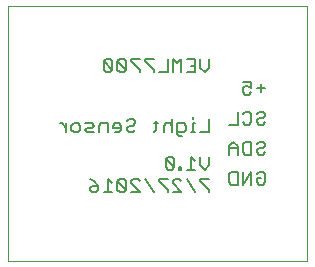
<source format=gbo>
G75*
%MOIN*%
%OFA0B0*%
%FSLAX25Y25*%
%IPPOS*%
%LPD*%
%AMOC8*
5,1,8,0,0,1.08239X$1,22.5*
%
%ADD10C,0.00000*%
%ADD11C,0.00700*%
D10*
X0017580Y0001500D02*
X0017580Y0086461D01*
X0117530Y0086461D01*
X0117530Y0001500D01*
X0017580Y0001500D01*
D11*
X0045029Y0025067D02*
X0045746Y0024350D01*
X0047181Y0024350D01*
X0047898Y0025067D01*
X0047898Y0026502D01*
X0045746Y0026502D01*
X0045029Y0025785D01*
X0045029Y0025067D01*
X0046464Y0027936D02*
X0047898Y0026502D01*
X0046464Y0027936D02*
X0045029Y0028654D01*
X0051068Y0028654D02*
X0051068Y0024350D01*
X0052502Y0024350D02*
X0049633Y0024350D01*
X0052502Y0027219D02*
X0051068Y0028654D01*
X0054237Y0027936D02*
X0057106Y0025067D01*
X0056389Y0024350D01*
X0054954Y0024350D01*
X0054237Y0025067D01*
X0054237Y0027936D01*
X0054954Y0028654D01*
X0056389Y0028654D01*
X0057106Y0027936D01*
X0057106Y0025067D01*
X0058841Y0024350D02*
X0061710Y0024350D01*
X0058841Y0027219D01*
X0058841Y0027936D01*
X0059558Y0028654D01*
X0060993Y0028654D01*
X0061710Y0027936D01*
X0063445Y0028654D02*
X0066314Y0024350D01*
X0068049Y0027936D02*
X0070918Y0025067D01*
X0070918Y0024350D01*
X0072653Y0024350D02*
X0075522Y0024350D01*
X0072653Y0027219D01*
X0072653Y0027936D01*
X0073370Y0028654D01*
X0074804Y0028654D01*
X0075522Y0027936D01*
X0077257Y0028654D02*
X0080126Y0024350D01*
X0081861Y0027936D02*
X0084730Y0025067D01*
X0084730Y0024350D01*
X0081861Y0027936D02*
X0081861Y0028654D01*
X0084730Y0028654D01*
X0083295Y0031850D02*
X0081861Y0033285D01*
X0081861Y0036154D01*
X0080126Y0034719D02*
X0078691Y0036154D01*
X0078691Y0031850D01*
X0077257Y0031850D02*
X0080126Y0031850D01*
X0083295Y0031850D02*
X0084730Y0033285D01*
X0084730Y0036154D01*
X0091403Y0036850D02*
X0091403Y0039719D01*
X0092837Y0041154D01*
X0094272Y0039719D01*
X0094272Y0036850D01*
X0096007Y0037567D02*
X0096007Y0040436D01*
X0096724Y0041154D01*
X0098876Y0041154D01*
X0098876Y0036850D01*
X0096724Y0036850D01*
X0096007Y0037567D01*
X0094272Y0039002D02*
X0091403Y0039002D01*
X0084730Y0044350D02*
X0081861Y0044350D01*
X0080126Y0044350D02*
X0078691Y0044350D01*
X0079408Y0044350D02*
X0079408Y0047219D01*
X0080126Y0047219D01*
X0079408Y0048654D02*
X0079408Y0049371D01*
X0077056Y0046502D02*
X0076339Y0047219D01*
X0074187Y0047219D01*
X0074187Y0043633D01*
X0074905Y0042915D01*
X0075622Y0042915D01*
X0076339Y0044350D02*
X0074187Y0044350D01*
X0072452Y0044350D02*
X0072452Y0048654D01*
X0071735Y0047219D02*
X0070301Y0047219D01*
X0069583Y0046502D01*
X0069583Y0044350D01*
X0067131Y0045067D02*
X0066414Y0044350D01*
X0067131Y0045067D02*
X0067131Y0047936D01*
X0066414Y0047219D02*
X0067849Y0047219D01*
X0071735Y0047219D02*
X0072452Y0046502D01*
X0076339Y0044350D02*
X0077056Y0045067D01*
X0077056Y0046502D01*
X0084730Y0048654D02*
X0084730Y0044350D01*
X0091403Y0046850D02*
X0094272Y0046850D01*
X0094272Y0051154D01*
X0096007Y0050436D02*
X0096724Y0051154D01*
X0098158Y0051154D01*
X0098876Y0050436D01*
X0098876Y0047567D01*
X0098158Y0046850D01*
X0096724Y0046850D01*
X0096007Y0047567D01*
X0100611Y0047567D02*
X0101328Y0046850D01*
X0102762Y0046850D01*
X0103480Y0047567D01*
X0102762Y0049002D02*
X0101328Y0049002D01*
X0100611Y0048285D01*
X0100611Y0047567D01*
X0102762Y0049002D02*
X0103480Y0049719D01*
X0103480Y0050436D01*
X0102762Y0051154D01*
X0101328Y0051154D01*
X0100611Y0050436D01*
X0098158Y0056850D02*
X0096724Y0056850D01*
X0096007Y0057567D01*
X0096007Y0059002D01*
X0096724Y0059719D01*
X0097441Y0059719D01*
X0098876Y0059002D01*
X0098876Y0061154D01*
X0096007Y0061154D01*
X0098876Y0057567D02*
X0098158Y0056850D01*
X0100611Y0059002D02*
X0103480Y0059002D01*
X0102045Y0060436D02*
X0102045Y0057567D01*
X0084730Y0065785D02*
X0083295Y0064350D01*
X0081861Y0065785D01*
X0081861Y0068654D01*
X0080126Y0068654D02*
X0080126Y0064350D01*
X0077257Y0064350D01*
X0075522Y0064350D02*
X0075522Y0068654D01*
X0074087Y0067219D01*
X0072653Y0068654D01*
X0072653Y0064350D01*
X0070918Y0064350D02*
X0068049Y0064350D01*
X0066314Y0064350D02*
X0066314Y0065067D01*
X0063445Y0067936D01*
X0063445Y0068654D01*
X0066314Y0068654D01*
X0070918Y0068654D02*
X0070918Y0064350D01*
X0077257Y0068654D02*
X0080126Y0068654D01*
X0080126Y0066502D02*
X0078691Y0066502D01*
X0084730Y0065785D02*
X0084730Y0068654D01*
X0061710Y0068654D02*
X0058841Y0068654D01*
X0058841Y0067936D01*
X0061710Y0065067D01*
X0061710Y0064350D01*
X0057106Y0065067D02*
X0057106Y0067936D01*
X0056389Y0068654D01*
X0054954Y0068654D01*
X0054237Y0067936D01*
X0057106Y0065067D01*
X0056389Y0064350D01*
X0054954Y0064350D01*
X0054237Y0065067D01*
X0054237Y0067936D01*
X0052502Y0067936D02*
X0051785Y0068654D01*
X0050350Y0068654D01*
X0049633Y0067936D01*
X0052502Y0065067D01*
X0051785Y0064350D01*
X0050350Y0064350D01*
X0049633Y0065067D01*
X0049633Y0067936D01*
X0052502Y0067936D02*
X0052502Y0065067D01*
X0058024Y0048654D02*
X0059458Y0048654D01*
X0060175Y0047936D01*
X0060175Y0047219D01*
X0059458Y0046502D01*
X0058024Y0046502D01*
X0057306Y0045785D01*
X0057306Y0045067D01*
X0058024Y0044350D01*
X0059458Y0044350D01*
X0060175Y0045067D01*
X0057306Y0047936D02*
X0058024Y0048654D01*
X0055571Y0046502D02*
X0054854Y0047219D01*
X0053420Y0047219D01*
X0052702Y0046502D01*
X0052702Y0045785D01*
X0055571Y0045785D01*
X0055571Y0046502D02*
X0055571Y0045067D01*
X0054854Y0044350D01*
X0053420Y0044350D01*
X0050968Y0044350D02*
X0050968Y0047219D01*
X0048816Y0047219D01*
X0048098Y0046502D01*
X0048098Y0044350D01*
X0046364Y0044350D02*
X0044212Y0044350D01*
X0043494Y0045067D01*
X0044212Y0045785D01*
X0045646Y0045785D01*
X0046364Y0046502D01*
X0045646Y0047219D01*
X0043494Y0047219D01*
X0041760Y0046502D02*
X0041760Y0045067D01*
X0041042Y0044350D01*
X0039608Y0044350D01*
X0038891Y0045067D01*
X0038891Y0046502D01*
X0039608Y0047219D01*
X0041042Y0047219D01*
X0041760Y0046502D01*
X0037156Y0047219D02*
X0037156Y0044350D01*
X0037156Y0045785D02*
X0035721Y0047219D01*
X0035004Y0047219D01*
X0068049Y0028654D02*
X0068049Y0027936D01*
X0068049Y0028654D02*
X0070918Y0028654D01*
X0071068Y0031850D02*
X0072503Y0031850D01*
X0073220Y0032567D01*
X0070351Y0035436D01*
X0070351Y0032567D01*
X0071068Y0031850D01*
X0073220Y0032567D02*
X0073220Y0035436D01*
X0072503Y0036154D01*
X0071068Y0036154D01*
X0070351Y0035436D01*
X0074804Y0032567D02*
X0074804Y0031850D01*
X0075522Y0031850D01*
X0075522Y0032567D01*
X0074804Y0032567D01*
X0091403Y0030436D02*
X0091403Y0027567D01*
X0092120Y0026850D01*
X0094272Y0026850D01*
X0094272Y0031154D01*
X0092120Y0031154D01*
X0091403Y0030436D01*
X0096007Y0031154D02*
X0096007Y0026850D01*
X0098876Y0031154D01*
X0098876Y0026850D01*
X0100611Y0027567D02*
X0100611Y0029002D01*
X0102045Y0029002D01*
X0103480Y0030436D02*
X0103480Y0027567D01*
X0102762Y0026850D01*
X0101328Y0026850D01*
X0100611Y0027567D01*
X0100611Y0030436D02*
X0101328Y0031154D01*
X0102762Y0031154D01*
X0103480Y0030436D01*
X0102762Y0036850D02*
X0101328Y0036850D01*
X0100611Y0037567D01*
X0100611Y0038285D01*
X0101328Y0039002D01*
X0102762Y0039002D01*
X0103480Y0039719D01*
X0103480Y0040436D01*
X0102762Y0041154D01*
X0101328Y0041154D01*
X0100611Y0040436D01*
X0103480Y0037567D02*
X0102762Y0036850D01*
M02*

</source>
